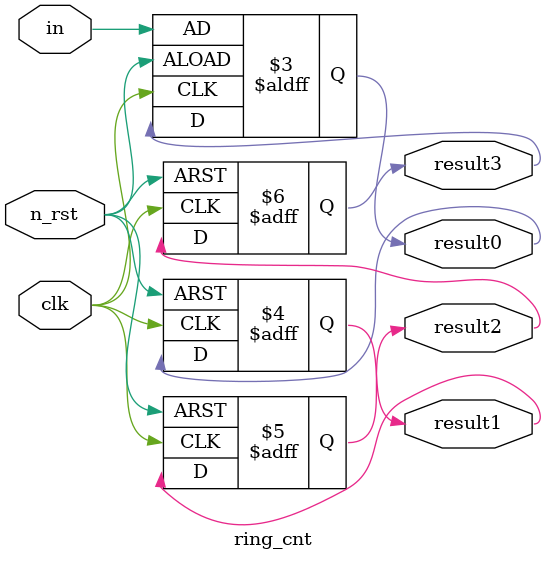
<source format=v>
module ring_cnt(
    clk,
    n_rst,
    in,
    result0,
    result1,
    result2,
    result3,
);

input clk;
input n_rst;
input in;

output reg result0;
output reg result1;
output reg result2;
output reg result3;

always@(posedge clk or negedge n_rst) begin
    if(!n_rst) begin
        result0 <= in;
        result1 <= 1'b0;
        result2 <= 1'b0;
        result3 <= 1'b0;
        
    end
    else begin
        result0 <= result3;
        result1 <= result0;
        result2 <= result1;
        result3 <= result2;
        

    end
end

endmodule
</source>
